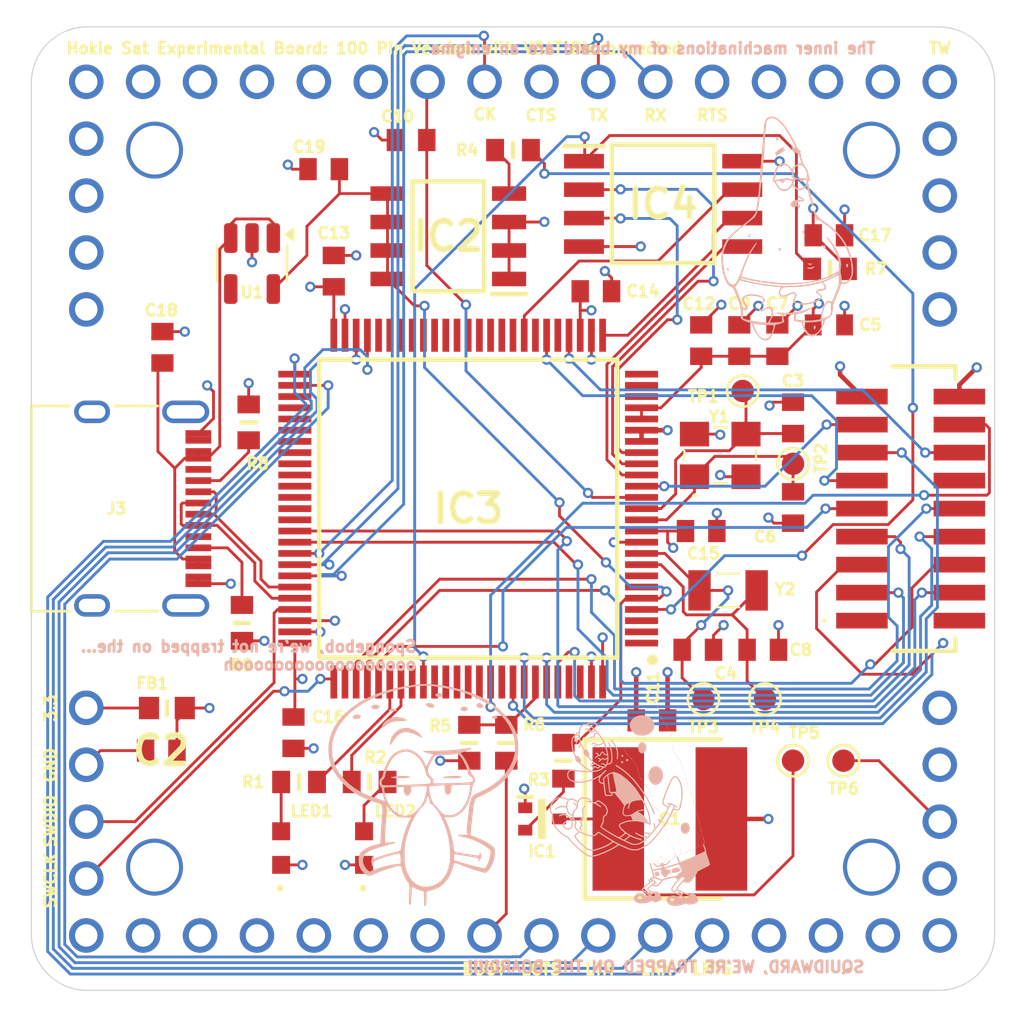
<source format=kicad_pcb>
(kicad_pcb (version 20240108) (generator "pcbnew") (generator_version "8.0")
  (layers (0 "F.Cu" signal) (1 "In1.Cu" power) (2 "In2.Cu" power) (31 "B.Cu" signal) (34 "B.Paste" user) (35 "F.Paste" user) (36 "B.SilkS" user "B.Silkscreen") (37 "F.SilkS" user "F.Silkscreen") (38 "B.Mask" user) (39 "F.Mask" user) (44 "Edge.Cuts" user))
  (net 0 "")
  (net 1 "Net-(IC1-A1{slash}K2)")
  (net 2 "GND")
  (net 3 "/VDD_FILT")
  (net 4 "Net-(IC3-PH1-OSC_OUT)")
  (net 5 "Net-(IC3-PC15-OSC32_OUT)")
  (net 6 "Net-(IC3-PH0-OSC_IN)")
  (net 7 "Net-(IC3-PC14-OSC32_IN)")
  (net 8 "/NRST")
  (net 9 "/VBUS")
  (net 10 "/LDO_OUT")
  (net 11 "VDD")
  (net 12 "/V_BAT")
  (net 13 "Net-(IC1-K1)")
  (net 14 "Net-(IC2-G)")
  (net 16 "/USART1_RX")
  (net 17 "/I2C3_SDA")
  (net 21 "/QUADSPI_BK2_IO0")
  (net 22 "/DCMI_VSYNC")
  (net 23 "/QUADSPI_BK2_IO2")
  (net 28 "/DCMI_D5")
  (net 29 "/LPUART_TX")
  (net 38 "/DCMI_D8")
  (net 41 "/D-")
  (net 44 "/QUADSPI_BK2_IO3")
  (net 47 "/LPUART_CTS")
  (net 51 "/USART1_TX")
  (net 54 "/DCMI_D7")
  (net 57 "/I2C3_SCL")
  (net 58 "/LPUART_RX")
  (net 62 "/Control")
  (net 63 "/SWCLK")
  (net 64 "/QUADSPI_CLK")
  (net 65 "/D+")
  (net 66 "/DCMI_D9")
  (net 69 "Net-(IC3-PH3-BOOT0)")
  (net 70 "/USART1_CK")
  (net 74 "/DCMI_D4")
  (net 77 "/LED1")
  (net 78 "/LPUART_RTS")
  (net 79 "/SWDIO")
  (net 80 "/DCMI_PIXCLK")
  (net 81 "/DCMI_HSYNC")
  (net 82 "/DCMI_D2")
  (net 83 "/QUADSPI_BK2_IO1")
  (net 88 "/DCMI_D6")
  (net 89 "/LED2")
  (net 90 "/DCMI_D3")
  (net 100 "Net-(J3-CC2)")
  (net 101 "Net-(J3-CC1)")
  (net 109 "/BOOT0")
  (net 122 "/USART1_RTS")
  (net 126 "/USART1_CTS")
  (net 132 "Net-(LED1-A)")
  (net 133 "Net-(LED2-A)")
  (net 135 "/QUADSPI_BK2_NCS")
  (net 136 "unconnected-(IC3-PA2-Pad25)")
  (footprint "ta-expt-v2-100:CAPC1608X90N" (layer "F.Cu") (at 163.25 114.3)
    (property "Reference" "C4")
    (property "Value" "0603ZA220JAT2A" (hide yes))
  )
  (footprint "ta-expt-v2-100:SOIC127P600X175-8N" (layer "F.Cu") (at 152.112 95.845 180)
    (property "Reference" "IC2")
    (property "Value" "STS5PF30L" (hide yes))
  )
  (footprint "TestPoint:TestPoint_Pad_D1.0mm" (layer "F.Cu") (at 163.5 116.5)
    (property "Reference" "TP3")
    (property "Value" "TestPoint_Pad_D1.0mm" (hide yes))
  )
  (footprint "TestPoint:TestPoint_Pad_D1.0mm" (layer "F.Cu") (at 167.5 119.25)
    (property "Reference" "TP5")
    (property "Value" "TestPoint_Pad_D1.0mm" (hide yes))
  )
  (footprint "ta-expt-v2-100:CAPC1608X90N" (layer "F.Cu") (at 158.7 98.3 180)
    (property "Reference" "C14")
    (property "Value" "0603ZC104JAT2A" (hide yes))
  )
  (footprint "ta-expt-v2-100:RESC1608X55N" (layer "F.Cu") (at 154.7 118.45 90)
    (property "Reference" "R6")
    (property "Value" "MCT06030C1001FP500" (hide yes))
  )
  (footprint "ta-expt-v2-100:RESC1608X55N" (layer "F.Cu") (at 169.15 97.3 180)
    (property "Reference" "R7")
    (property "Value" "MCT06030C1002FP500" (hide yes))
  )
  (footprint "TestPoint:TestPoint_Pad_D1.0mm" (layer "F.Cu") (at 165.25 102.75)
    (property "Reference" "TP1")
    (property "Value" "TestPoint_Pad_D1.0mm" (hide yes))
  )
  (footprint "ta-expt-v2-100:RESC1608X55N" (layer "F.Cu") (at 157.25 119.25 90)
    (property "Reference" "R3")
    (property "Value" "MCT06030C1002FP500" (hide yes))
  )
  (footprint "ta-expt-v2-100:LGQ396PS35" (layer "F.Cu") (at 148.35 123.15 90)
    (property "Reference" "LED2")
    (property "Value" "LG_Q396-PS-35" (hide yes))
  )
  (footprint "ta-expt-v2-100:CAPC1608X90N" (layer "F.Cu") (at 146.55 92.85 180)
    (property "Reference" "C19")
    (property "Value" "1uF" (hide yes))
  )
  (footprint "ta-expt-v2-100:RESC1608X55N" (layer "F.Cu") (at 155 92 180)
    (property "Reference" "R4")
    (property "Value" "MCT06030C1002FP500" (hide yes))
  )
  (footprint "ta-expt-v2-100:CAPC1608X90N" (layer "F.Cu") (at 165.1 100.5 90)
    (property "Reference" "C9")
    (property "Value" "0603ZC105JAT2A" (hide yes))
  )
  (footprint "ta-expt-v2-100:SOTFL50P160X78-3N" (layer "F.Cu") (at 156.3 121.85)
    (property "Reference" "IC1")
    (property "Value" "BAR43SFILM" (hide yes))
  )
  (footprint "ta-expt-v2-100:41746398" (layer "F.Cu") (at 172.75 108 -90)
    (property "Reference" "J5" (hide yes))
    (property "Value" "4-174639-8" (hide yes))
  )
  (footprint "Connector_USB:USB_C_Receptacle_XKB_U262-16XN-4BVC11" (layer "F.Cu") (at 137.285 108 -90)
    (property "Reference" "J3")
    (property "Value" "USB_C_Receptacle_USB2.0" (hide yes))
  )
  (footprint "ta-expt-v2-100:CAPC1608X90N" (layer "F.Cu") (at 167.5 107.95 -90)
    (property "Reference" "C6")
    (property "Value" "0603ZA220JAT2A" (hide yes))
  )
  (footprint "ta-expt-v2-100:CAPC1608X90N" (layer "F.Cu") (at 150.45 91.55 180)
    (property "Reference" "C10")
    (property "Value" "0603ZC104JAT2A" (hide yes))
  )
  (footprint "ta-expt-v2-100:CAPC1608X90N" (layer "F.Cu") (at 166.8 100.5 90)
    (property "Reference" "C7")
    (property "Value" "0603ZC104JAT2A" (hide yes))
  )
  (footprint "ta-expt-v2-100:QFP50P1600X1600X160-100N" (layer "F.Cu") (at 153 108 180)
    (property "Reference" "IC3")
    (property "Value" "STM32L496VGT3" (hide yes))
  )
  (footprint "ta-expt-v2-100:CAPC1608X90N" (layer "F.Cu") (at 147 97.4 90)
    (property "Reference" "C13")
    (property "Value" "0603ZC104JAT2A" (hide yes))
  )
  (footprint "ta-expt-v2-100:RESC1608X55N" (layer "F.Cu") (at 142.9 113.1 90)
    (property "Reference" "R9")
    (property "Value" "5.1k" (hide yes))
  )
  (footprint "ta-expt-v2-100:PinSocket_4x1_TartanArtibeus" (layer "F.Cu") (at 135.95 120.7 180)
    (property "Reference" "J7" (hide yes))
    (property "Value" "Conn_01x04" (hide yes))
  )
  (footprint "ta-expt-v2-100:CAPC1608X50N" (layer "F.Cu") (at 169.1 99.8)
    (property "Reference" "C5")
    (property "Value" "GRM1857U1A103JA44D" (hide yes))
  )
  (footprint "ta-expt-v2-100:RESC1608X55N" (layer "F.Cu") (at 148.6 120.2)
    (property "Reference" "R2")
    (property "Value" "MCT06030C1001FP500" (hide yes))
  )
  (footprint "ta-expt-v2-100:RESC1608X55N" (layer "F.Cu") (at 145.45 120.2 180)
    (property "Reference" "R1")
    (property "Value" "MCT06030C1001FP500" (hide yes))
  )
  (footprint "ta-expt-v2-100:CAPC1608X90N" (layer "F.Cu") (at 139.35 100.8 -90)
    (property "Reference" "C18")
    (property "Value" "1uF" (hide yes))
  )
  (footprint "ta-expt-v2-100:CAPC1608X90N" (layer "F.Cu") (at 145.2 118 90)
    (property "Reference" "C16")
    (property "Value" "0603ZC104JAT2A" (hide yes))
  )
  (footprint "ta-expt-v2-100:PinSocket_1x16_TartanArtibeus" (layer "F.Cu") (at 155 127.05)
    (property "Reference" "J8" (hide yes))
    (property "Value" "Conn_01x16" (hide yes))
  )
  (footprint "ta-expt-v2-100:LGQ396PS35" (layer "F.Cu") (at 144.65 123.15 90)
    (property "Reference" "LED1")
    (property "Value" "LG_Q396-PS-35" (hide yes))
  )
  (footprint "ta-expt-v2-100:CAPC1608X90N" (layer "F.Cu") (at 163.4 100.5 90)
    (property "Reference" "C12")
    (property "Value" "0603ZC105JAT2A" (hide yes))
  )
  (footprint "TestPoint:TestPoint_Pad_D1.0mm" (layer "F.Cu") (at 169.75 119.25)
    (property "Reference" "TP6")
    (property "Value" "TestPoint_Pad_D1.0mm" (hide yes))
  )
  (footprint "ta-expt-v2-100:CAPC1608X90N" (layer "F.Cu") (at 163.4 109 180)
    (property "Reference" "C15")
    (property "Value" "0603ZC104JAT2A" (hide yes))
  )
  (footprint "ta-expt-v2-100:PinSocket_1x5_TartanArtibeus" (layer "F.Cu") (at 174.05 120.7)
    (property "Reference" "J1" (hide yes))
    (property "Value" "Conn_01x05" (hide yes))
  )
  (footprint "ta-expt-v2-100:ABM8AIG25000MHZ122ZT3" (layer "F.Cu") (at 164.25 105.625)
    (property "Reference" "Y1")
    (property "Value" "ABM8AIG-16.000MHZ-12-2Z-T" (hide yes))
  )
  (footprint "ta-expt-v2-100:RESC1608X55N" (layer "F.Cu") (at 143.2 104.15 -90)
    (property "Reference" "R8")
    (property "Value" "5.1k" (hide yes))
  )
  (footprint "ta-expt-v2-100:CAPC1608X90N" (layer "F.Cu") (at 166.15 114.3)
    (property "Reference" "C8")
    (property "Value" "0603ZA220JAT2A" (hide yes))
  )
  (footprint "ta-expt-v2-100:CAPC1608X90N" (layer "F.Cu") (at 139.3 118.8 180)
    (property "Reference" "C2")
    (property "Value" "GRM188C71A475KE21D" (hide yes))
  )
  (footprint "Package_TO_SOT_SMD:SOT-23-5" (layer "F.Cu") (at 143.35 97.0625 -90)
    (property "Reference" "U1")
    (property "Value" "TPS7A0533PDBV" (hide yes))
  )
  (footprint "ta-expt-v2-100:CAPPC5660X400N" (layer "F.Cu") (at 162 121.85)
    (property "Reference" "C1")
    (property "Value" "597D158X9004R2T" (hide yes))
  )
  (footprint "TestPoint:TestPoint_Pad_D1.0mm" (layer "F.Cu") (at 166.25 116.5)
    (property "Reference" "TP4")
    (property "Value" "TestPoint_Pad_D1.0mm" (hide yes))
  )
  (footprint "ta-expt-v2-100:PinSocket_4x1_TartanArtibeus" (layer "F.Cu") (at 135.95 95.3)
    (property "Reference" "J2" (hide yes))
    (property "Value" "Conn_01x04" (hide yes))
  )
  (footprint "TestPoint:TestPoint_Pad_D1.0mm" (layer "F.Cu") (at 167.5 106)
    (property "Reference" "TP2")
    (property "Value" "TestPoint_Pad_D1.0mm" (hide yes))
  )
  (footprint "ta-expt-v2-100:CAPC1608X90N" (layer "F.Cu") (at 167.5 103.95 90)
    (property "Reference" "C3")
    (property "Value" "0603ZA220JAT2A" (hide yes))
  )
  (footprint "ta-expt-v2-100:CAPC1608X90N" (layer "F.Cu") (at 161.2 117.45 180)
    (property "Reference" "C11")
    (property "Value" "0603ZC104JAT2A" (hide yes))
  )
  (footprint "ta-expt-v2-100:CAPC1608X90N" (layer "F.Cu") (at 169.1 95.8)
    (property "Reference" "C17")
    (property "Value" "0603ZC104JAT2A" (hide yes))
  )
  (footprint "ta-expt-v2-100:ABS07AIG32768kHz71T" (layer "F.Cu") (at 164.6 111.65 180)
    (property "Reference" "Y2")
    (property "Value" "ABS07AIG-32.768kHz-T" (hide yes))
  )
  (footprint "ta-expt-v2-100:SOIC127P790X216-8N" (layer "F.Cu") (at 161.7 94.4)
    (property "Reference" "IC4")
    (property "Value" "IS25LP128F-JBLA3" (hide yes))
  )
  (footprint "ta-expt-v2-100:MountingHoles_TartanArtibeus" (layer "F.Cu") (at 151.5 96.5)
    (property "Reference" "J6" (hide yes))
    (property "Value" "Conn_01x04" (hide yes))
  )
  (footprint "ta-expt-v2-100:PinSocket_1x5_TartanArtibeus" (layer "F.Cu") (at 174.05 95.3)
    (property "Reference" "J4" (hide yes))
    (property "Value" "Conn_01x05" (hide yes))
  )
  (footprint "ta-expt-v2-100:PinSocket_1x16_TartanArtibeus" (layer "F.Cu") (at 155 88.95)
    (property "Reference" "J9" (hide yes))
    (property "Value" "Conn_01x16" (hide yes))
  )
  (footprint "ta-expt-v2-100:BEADC1608X95N" (layer "F.Cu") (at 139.55 116.9)
    (property "Reference" "FB1")
    (property "Value" "MMZ1608S601ATD25" (hide yes))
  )
  (footprint "ta-expt-v2-100:RESC1608X55N" (layer "F.Cu") (at 153.05 118.45 -90)
    (property "Reference" "R5")
    (property "Value" "MCT06030C1002FP500" (hide yes))
  )
  (footprint "ta-expt-v2-100:Squidward" (layer "B.Cu") (at 151 120.75 180)
    (property "Reference" "G***" (hide yes))
    (property "Value" "LOGO" (hide yes))
  )
  (footprint "ta-expt-v2-100:Spongebob" (layer "B.Cu") (at 160.25 121 180)
    (property "Reference" "G***" (hide yes))
    (property "Value" "LOGO" (hide yes))
  )
  (footprint "ta-expt-v2-100:Patrick" (layer "B.Cu") (at 167.25 95.5 180)
    (property "Reference" "G***" (hide yes))
    (property "Value" "LOGO" (hide yes))
  )
  (gr_arc (start 173.96 86.500001) (mid 175.767993 87.232007) (end 176.499999 89.04) (stroke (width 0.05)) (layer "Edge.Cuts"))
  (gr_line (start 176.5 89.04) (end 176.5 126.96) (stroke (width 0.05)) (layer "Edge.Cuts"))
  (gr_line (start 133.5 126.96) (end 133.5 89.04) (stroke (width 0.05)) (layer "Edge.Cuts"))
  (gr_arc (start 176.499999 126.96) (mid 175.767993 128.767993) (end 173.96 129.499999) (stroke (width 0.05)) (layer "Edge.Cuts"))
  (gr_arc (start 136.04 129.499999) (mid 134.232007 128.767993) (end 133.500001 126.96) (stroke (width 0.05)) (layer "Edge.Cuts"))
  (gr_line (start 136.04 86.5) (end 173.96 86.5) (stroke (width 0.05)) (layer "Edge.Cuts"))
  (gr_line (start 173.96 129.5) (end 136.04 129.5) (stroke (width 0.05)) (layer "Edge.Cuts"))
  (gr_arc (start 133.500001 89.04) (mid 134.232007 87.232007) (end 136.04 86.500001) (stroke (width 0.05)) (layer "Edge.Cuts"))
  (gr_text "SQUIDWARD, WE'RE TRAPPED ON THE BOARD!!!!" (at 170.75 128.75 0) (layer "B.SilkS") (effects (font (size 0.5 0.5) (thickness 0.125)) (justify left bottom mirror)))
  (gr_text "The inner machinations of my board are an enigma" (at 171.25 87.75 0) (layer "B.SilkS") (effects (font (size 0.5 0.5) (thickness 0.125)) (justify left bottom mirror)))
  (gr_text "Spongebob, we're not trapped on the...\nooooooooooooooooooh" (at 150.75 115.25 0) (layer "B.SilkS") (effects (font (size 0.5 0.5) (thickness 0.125)) (justify left bottom mirror)))
  (gr_text "BOOT" (at 153.7 128.55 0) (layer "F.SilkS") (effects (font (size 0.5 0.5) (thickness 0.125))))
  (gr_text "SWDIO" (at 134.35 121.95 90) (layer "F.SilkS") (effects (font (size 0.5 0.5) (thickness 0.125))))
  (gr_text "LCTS" (at 156.25 128.55 0) (layer "F.SilkS") (effects (font (size 0.5 0.5) (thickness 0.125))))
  (gr_text "SWCLK" (at 134.35 124.6 90) (layer "F.SilkS") (effects (font (size 0.5 0.5) (thickness 0.125))))
  (gr_text "TX\n" (at 158.8 90.45 0) (layer "F.SilkS") (effects (font (size 0.5 0.5) (thickness 0.125))))
  (gr_text "3.3\n" (at 134.35 116.9 90) (layer "F.SilkS") (effects (font (size 0.5 0.5) (thickness 0.125))))
  (gr_text "RX\n" (at 161.35 90.45 0) (layer "F.SilkS") (effects (font (size 0.5 0.5) (thickness 0.125))))
  (gr_text "TW" (at 173.5 87.75 0) (layer "F.SilkS") (effects (font (size 0.5 0.5) (thickness 0.125)) (justify left bottom)))
  (gr_text "GND" (at 134.35 119.45 90) (layer "F.SilkS") (effects (font (size 0.5 0.5) (thickness 0.125))))
  (gr_text "RTS\n\n" (at 163.9 90.85 0) (layer "F.SilkS") (effects (font (size 0.5 0.5) (thickness 0.125))))
  (gr_text "LRTS" (at 163.9 128.55 0) (layer "F.SilkS") (effects (font (size 0.5 0.5) (thickness 0.125))))
  (gr_text "LRX" (at 161.4 128.55 0) (layer "F.SilkS") (effects (font (size 0.5 0.5) (thickness 0.125))))
  (gr_text "CTS\n" (at 156.25 90.45 0) (layer "F.SilkS") (effects (font (size 0.5 0.5) (thickness 0.125))))
  (gr_text "CK\n" (at 153.75 90.4 0) (layer "F.SilkS") (effects (font (size 0.5 0.5) (thickness 0.125))))
  (gr_text "Hokie Sat Experimental Board: 100 Pin Version with VBAT Disconnected" (at 135 87.75 0) (layer "F.SilkS") (effects (font (size 0.5 0.5) (thickness 0.125)) (justify left bottom)))
  (gr_text "LTX" (at 158.85 128.55 0) (layer "F.SilkS") (effects (font (size 0.5 0.5) (thickness 0.125))))
  (segment (start 159.7 123.9) (end 161.0405 125.2405) (width 0.127) (layer "F.Cu") (net 1))
  (segment (start 159.7 121.85) (end 159.7 123.9) (width 0.127) (layer "F.Cu") (net 1))
  (segment (start 165.7595 125.2405) (end 167.5 123.5) (width 0.127) (layer "F.Cu") (net 1))
  (segment (start 167.5 123.5) (end 167.5 119.25) (width 0.127) (layer "F.Cu") (net 1))
  (segment (start 161.0405 125.2405) (end 165.7595 125.2405) (width 0.127) (layer "F.Cu") (net 1))
  (segment (start 159.7 121.85) (end 157.055 121.85) (width 0.127) (layer "F.Cu") (net 1))
  (segment (start 165.1 99.8) (end 165.95 98.95) (width 0.127) (layer "F.Cu") (net 2))
  (segment (start 174.925 103) (end 174.925 102.475) (width 0.2032) (layer "F.Cu") (net 2))
  (segment (start 169.8 99.8) (end 169.8 98.95) (width 0.127) (layer "F.Cu") (net 2))
  (segment (start 142.9 113.9) (end 143.9 113.9) (width 0.127) (layer "F.Cu") (net 2))
  (segment (start 149.75 91.55) (end 149.15 91.55) (width 0.127) (layer "F.Cu") (net 2))
  (segment (start 138.6 118.8) (end 136.58 118.8) (width 0.127) (layer "F.Cu") (net 2))
  (segment (start 163.4 99.8) (end 164.3 98.9) (width 0.127) (layer "F.Cu") (net 2))
  (segment (start 174.925 102.475) (end 175.7 101.7) (width 0.2032) (layer "F.Cu") (net 2))
  (segment (start 141.6305 103.9745) (end 141.6305 102.7805) (width 0.127) (layer "F.Cu") (net 2))
  (segment (start 143.2 103.35) (end 143.2 102.4) (width 0.127) (layer "F.Cu") (net 2))
  (segment (start 161.9 104.5) (end 160.738 104.5) (width 0.2032) (layer "F.Cu") (net 2))
  (segment (start 171.33 119.25) (end 174.05 121.97) (width 0.127) (layer "F.Cu") (net 2))
  (segment (start 160.695 96.305) (end 158.168 96.305) (width 0.127) (layer "F.Cu") (net 2))
  (segment (start 160.738 104.5) (end 160.738 105) (width 0.2032) (layer "F.Cu") (net 2))
  (segment (start 158.5 100.262) (end 158.5 101.35) (width 0.127) (layer "F.Cu") (net 2))
  (segment (start 145.85 92.85) (end 145.15 92.85) (width 0.127) (layer "F.Cu") (net 2))
  (segment (start 167.5 103.25) (end 166.6 103.25) (width 0.127) (layer "F.Cu") (net 2))
  (segment (start 169.75 119.25) (end 171.33 119.25) (width 0.127) (layer "F.Cu") (net 2))
  (segment (start 164.3 121.85) (end 166.4 121.85) (width 0.2032) (layer "F.Cu") (net 2))
  (segment (start 161.9 115.4) (end 161.9 115.3) (width 0.2032) (layer "F.Cu") (net 2))
  (segment (start 145.262 113.5) (end 146.4 113.5) (width 0.127) (layer "F.Cu") (net 2))
  (segment (start 159.4 98.3) (end 159.4 97.7) (width 0.127) (layer "F.Cu") (net 2))
  (segment (start 164.1 109) (end 164.1 108.2) (width 0.127) (layer "F.Cu") (net 2))
  (segment (start 145.15 92.85) (end 144.95 92.65) (width 0.127) (layer "F.Cu") (net 2))
  (segment (start 166.85 113.2) (end 166.85 113.15) (width 0.127) (layer "F.Cu") (net 2))
  (segment (start 164.225 104.675) (end 164.25 104.7) (width 0.127) (layer "F.Cu") (net 2))
  (segment (start 136.58 118.8) (end 135.95 119.43) (width 0.127) (layer "F.Cu") (net 2))
  (segment (start 148.35 123.9) (end 147.5 123.9) (width 0.127) (layer "F.Cu") (net 2))
  (segment (start 166.8 99.8) (end 166.85 99.8) (width 0.127) (layer "F.Cu") (net 2))
  (segment (start 160.738 109.5) (end 159.5 109.5) (width 0.127) (layer "F.Cu") (net 2))
  (segment (start 153.05 119.25) (end 151.75 119.25) (width 0.127) (layer "F.Cu") (net 2))
  (segment (start 167.5 108.65) (end 166.65 108.65) (width 0.127) (layer "F.Cu") (net 2))
  (segment (start 140.955 111.35) (end 142.4 111.35) (width 0.127) (layer "F.Cu") (net 2))
  (segment (start 144.65 123.9) (end 145.6 123.9) (width 0.127) (layer "F.Cu") (net 2))
  (segment (start 140.955 104.65) (end 141.6305 103.9745) (width 0.127) (layer "F.Cu") (net 2))
  (segment (start 166.85 114.3) (end 166.85 113.2) (width 0.127) (layer "F.Cu") (net 2))
  (segment (start 139.35 100.1) (end 140.35 100.1) (width 0.127) (layer "F.Cu") (net 2))
  (segment (start 163.1 104.675) (end 164.225 104.675) (width 0.127) (layer "F.Cu") (net 2))
  (segment (start 160.7 96.3) (end 160.695 96.305) (width 0.127) (layer "F.Cu") (net 2))
  (segment (start 163.95 113.65) (end 164.4 113.2) (width 0.127) (layer "F.Cu") (net 2))
  (segment (start 149.15 91.55) (end 148.8 91.2) (width 0.127) (layer "F.Cu") (net 2))
  (segment (start 140.955 111.35) (end 140.955 111.05) (width 0.127) (layer "F.Cu") (net 2))
  (segment (start 165.4 106.575) (end 164.325 106.575) (width 0.127) (layer "F.Cu") (net 2))
  (segment (start 163.95 114.3) (end 163.95 113.65) (width 0.127) (layer "F.Cu") (net 2))
  (segment (start 147 96.7) (end 148 96.7) (width 0.127) (layer "F.Cu") (net 2))
  (segment (start 145.2 118.7) (end 146.1 118.7) (width 0.127) (layer "F.Cu") (net 2))
  (segment (start 169.8 95.8) (end 169.8 94.65) (width 0.127) (layer "F.Cu") (net 2))
  (segment (start 141.6305 102.7805) (end 141.35 102.5) (width 0.127) (layer "F.Cu") (net 2))
  (segment (start 147.5 100.262) (end 147.5 99.1) (width 0.127) (layer "F.Cu") (net 2))
  (segment (start 143.35 95.925) (end 143.35 97) (width 0.127) (layer "F.Cu") (net 2))
  (segment (start 159.4 97.7) (end 159.1 97.4) (width 0.127) (layer "F.Cu") (net 2))
  (segment (start 166.6 103.25) (end 166.45 103.4) (width 0.127) (layer "F.Cu") (net 2))
  (segment (start 166.85 99.8) (end 167.7 98.95) (width 0.127) (layer "F.Cu") (net 2))
  (segment (start 161.9 117.45) (end 161.9 115.4) (width 0.2032) (layer "F.Cu") (net 2))
  (segment (start 166.65 108.65) (end 166.4 108.4) (width 0.127) (layer "F.Cu") (net 2))
  (segment (start 164.325 106.575) (end 164.25 106.5) (width 0.127) (layer "F.Cu") (net 2))
  (segment (start 158.5 115.738) (end 158.5 114.6) (width 0.127) (layer "F.Cu") (net 2))
  (via (at 143.2 102.4) (size 0.4572) (drill 0.254) (layers "F.Cu" "B.Cu") (net 2))
  (via (at 169.8 98.95) (size 0.4572) (drill 0.254) (layers "F.Cu" "B.Cu") (net 2))
  (via (at 146.1 118.7) (size 0.4572) (drill 0.254) (layers "F.Cu" "B.Cu") (net 2))
  (via (at 164.4 113.2) (size 0.4572) (drill 0.254) (layers "F.Cu" "B.Cu") (net 2))
  (via (at 175.7 101.7) (size 0.4572) (drill 0.254) (layers "F.Cu" "B.Cu") (net 2))
  (via (at 166.45 103.4) (size 0.4572) (drill 0.254) (layers "F.Cu" "B.Cu") (net 2))
  (via (at 165.95 98.95) (size 0.4572) (drill 0.254) (layers "F.Cu" "B.Cu") (net 2))
  (via (at 142.4 111.35) (size 0.4572) (drill 0.254) (layers "F.Cu" "B.Cu") (net 2))
  (via (at 166.4 121.85) (size 0.4572) (drill 0.254) (layers "F.Cu" "B.Cu") (net 2))
  (via (at 167.7 98.95) (size 0.4572) (drill 0.254) (layers "F.Cu" "B.Cu") (net 2))
  (via (at 140.35 100.1) (size 0.4572) (drill 0.254) (layers "F.Cu" "B.Cu") (net 2))
  (via (at 164.3 98.9) (size 0.4572) (drill 0.254) (layers "F.Cu" "B.Cu") (net 2))
  (via (at 147.5 99.1) (size 0.4572) (drill 0.254) (layers "F.Cu" "B.Cu") (net 2))
  (via (at 166.85 113.2) (size 0.4572) (drill 0.254) (layers "F.Cu" "B.Cu") (net 2))
  (via (at 143.35 97) (size 0.4572) (drill 0.254) (layers "F.Cu" "B.Cu") (net 2))
  (via (at 158.5 114.6) (size 0.4572) (drill 0.254) (layers "F.Cu" "B.Cu") (net 2))
  (via (at 161.9 104.5) (size 0.4572) (drill 0.254) (layers "F.Cu" "B.Cu") (net 2))
  (via (at 159.5 109.5) (size 0.4572) (drill 0.254) (layers "F.Cu" "B.Cu") (net 2))
  (via (at 148 96.7) (size 0.4572) (drill 0.254) (layers "F.Cu" "B.Cu") (net 2))
  (via (at 161.9 115.3) (size 0.4572) (drill 0.254) (layers "F.Cu" "B.Cu") (net 2))
  (via (at 158.5 101.35) (size 0.4572) (drill 0.254) (layers "F.Cu" "B.Cu") (net 2))
  (via (at 166.4 108.4) (size 0.4572) (drill 0.254) (layers "F.Cu" "B.Cu") (net 2))
  (via (at 146.4 113.5) (size 0.4572) (drill 0.254) (layers "F.Cu" "B.Cu") (net 2))
  (via (at 164.25 106.5) (size 0.4572) (drill 0.254) (layers "F.Cu" "B.Cu") (net 2))
  (via (at 160.7 96.3) (size 0.4572) (drill 0.254) (layers "F.Cu" "B.Cu") (net 2))
  (via (at 151.75 119.25) (size 0.4572) (drill 0.254) (layers "F.Cu" "B.Cu") (net 2))
  (via (at 147.5 123.9) (size 0.4572) (drill 0.254) (layers "F.Cu" "B.Cu") (net 2))
  (via (at 144.95 92.65) (size 0.4572) (drill 0.254) (layers "F.Cu" "B.Cu") (net 2))
  (via (at 145.6 123.9) (size 0.4572) (drill 0.254) (layers "F.Cu" "B.Cu") (net 2))
  (via (at 169.8 94.65) (size 0.4572) (drill 0.254) (layers "F.Cu" "B.Cu") (net 2))
  (via (at 143.9 113.9) (size 0.4572) (drill 0.254) (layers "F.Cu" "B.Cu") (net 2))
  (via (at 164.1 108.2) (size 0.4572) (drill 0.254) (layers "F.Cu" "B.Cu") (net 2))
  (via (at 159.1 97.4) (size 0.4572) (drill 0.254) (layers "F.Cu" "B.Cu") (net 2))
  (via (at 148.8 91.2) (size 0.4572) (drill 0.254) (layers "F.Cu" "B.Cu") (net 2))
  (via (at 141.35 102.5) (size 0.4572) (drill 0.254) (layers "F.Cu" "B.Cu") (net 2))
  (via (at 164.25 104.7) (size 0.4572) (drill 0.254) (layers "F.Cu" "B.Cu") (net 2))
  (segment (start 160.5 117.45) (end 160.5 115.3) (width 0.2032) (layer "F.Cu") (net 3))
  (segment (start 145.262 115.6) (end 145.6 115.6) (width 0.127) (layer "F.Cu") (net 3))
  (segment (start 162.7 109) (end 161.9 109) (width 0.127) (layer "F.Cu") (net 3))
  (segment (start 170.575 103) (end 169.6 102.025) (width 0.2032) (layer "F.Cu") (net 3))
  (segment (start 160.738 103.5) (end 161.6025 103.5) (width 0.127) (layer "F.Cu") (net 3))
  (segment (start 163.4 101.7025) (end 163.4 101.2) (width 0.127) (layer "F.Cu") (net 3))
  (segment (start 145.262 115.6) (end 145.262 114) (width 0.127) (layer "F.Cu") (net 3))
  (segment (start 154.824 95.21) (end 156.39 95.21) (width 0.127) (layer "F.Cu") (net 3))
  (segment (start 165.1 101.2) (end 166.8 101.2) (width 0.127) (layer "F.Cu") (net 3))
  (segment (start 168.4 95.8) (end 168.45 95.8) (width 0.127) (layer "F.Cu") (net 3))
  (segment (start 161.9 109) (end 161.9 109.5) (width 0.127) (layer "F.Cu") (net 3))
  (segment (start 145.2 117.2) (end 145.262 117.138) (width 0.127) (layer "F.Cu") (net 3))
  (segment (start 140.35 116.9) (end 140.35 117.1) (width 0.127) (layer "F.Cu") (net 3))
  (segment (start 166.8 101.2) (end 167 101.2) (width 0.127) (layer "F.Cu") (net 3))
  (segment (start 166.895 92.495) (end 166.9 92.5) (width 0.127) (layer "F.Cu") (net 3))
  (segment (start 161.6025 103.5) (end 163.4 101.7025) (width 0.127) (layer "F.Cu") (net 3))
  (segment (start 140.35 116.9) (end 141.45 116.9) (width 0.127) (layer "F.Cu") (net 3))
  (segment (start 163.4 101.2) (end 165.1 101.2) (width 0.127) (layer "F.Cu") (net 3))
  (segment (start 160.738 104) (end 160.738 103.5) (width 0.127) (layer "F.Cu") (net 3))
  (segment (start 168.45 95.8) (end 169.95 97.3) (width 0.127) (layer "F.Cu") (net 3))
  (segment (start 168.4 95.8) (end 168.4 94.6) (width 0.127) (layer "F.Cu") (net 3))
  (segment (start 145.262 113) (end 147.05 113) (width 0.127) (layer "F.Cu") (net 3))
  (segment (start 155.545 121.35) (end 155.545 120.545) (width 0.127) (layer "F.Cu") (net 3))
  (segment (start 147 100.262) (end 147 98.1) (width 0.127) (layer "F.Cu") (net 3))
  (segment (start 167 101.2) (end 168.4 99.8) (width 0.127) (layer "F.Cu") (net 3))
  (segment (start 140.35 117.1) (end 140 117.45) (width 0.127) (layer "F.Cu") (net 3))
  (segment (start 158 99.15) (end 158.5 99.15) (width 0.127) (layer "F.Cu") (net 3))
  (segment (start 140 117.45) (end 140 118.8) (width 0.127) (layer "F.Cu") (net 3))
  (segment (start 165.232 92.495) (end 166.895 92.495) (width 0.127) (layer "F.Cu") (net 3))
  (segment (start 154.824 97.75) (end 154.824 96.48) (width 0.127) (layer "F.Cu") (net 3))
  (segment (start 145.2 117.3) (end 145.2 117.2) (width 0.127) (layer "F.Cu") (net 3))
  (segment (start 168.4 99.8) (end 168.4 99.1) (width 0.127) (layer "F.Cu") (net 3))
  (segment (start 154.824 95.21) (end 154.824 96.48) (width 0.127) (layer "F.Cu") (net 3))
  (segment (start 168.4 99.1) (end 168.65 98.85) (width 0.127) (layer "F.Cu") (net 3))
  (segment (start 161.9 109.5) (end 162.15 109.75) (width 0.127) (layer "F.Cu") (net 3))
  (segment (start 169.6 102.025) (end 169.6 101.65) (width 0.2032) (layer "F.Cu") (net 3))
  (segment (start 159 115.738) (end 159 113.75) (width 0.127) (layer "F.Cu") (net 3))
  (segment (start 147 98.1) (end 145.95 98.1) (width 0.127) (layer "F.Cu") (net 3))
  (segment (start 158 100.262) (end 158 99.15) (width 0.127) (layer "F.Cu") (net 3))
  (segment (start 155.545 120.545) (end 155.5 120.5) (width 0.127) (layer "F.Cu") (net 3))
  (segment (start 158 99.15) (end 158 98.3) (width 0.127) (layer "F.Cu") (net 3))
  (segment (start 145.262 117.138) (end 145.262 115.6) (width 0.127) (layer "F.Cu") (net 3))
  (segment (start 156.39 95.21) (end 156.4 95.2) (width 0.127) (layer "F.Cu") (net 3))
  (segment (start 161.9 109) (end 160.738 109) (width 0.127) (layer "F.Cu") (net 3))
  (via (at 160.5 115.3) (size 0.4572) (drill 0.254) (layers "F.Cu" "B.Cu") (net 3))
  (via (at 158.5 99.15) (size 0.4572) (drill 0.254) (layers "F.Cu" "B.Cu") (net 3))
  (via (at 155.5 120.5) (size 0.4572) (drill 0.254) (layers "F.Cu" "B.Cu") (net 3))
  (via (at 156.4 95.2) (size 0.4572) (drill 0.254) (layers "F.Cu" "B.Cu") (net 3))
  (via (at 169.6 101.65) (size 0.4572) (drill 0.254) (layers "F.Cu" "B.Cu") (net 3))
  (via (at 166.9 92.5) (size 0.4572) (drill 0.254) (layers "F.Cu" "B.Cu") (net 3))
  (via (at 145.95 98.1) (size 0.4572) (drill 0.254) (layers "F.Cu" "B.Cu") (net 3))
  (via (at 141.45 116.9) (size 0.4572) (drill 0.254) (layers "F.Cu" "B.Cu") (net 3))
  (via (at 168.4 94.6) (size 0.4572) (drill 0.254) (layers "F.Cu" "B.Cu") (net 3))
  (via (at 147.05 113) (size 0.4572) (drill 0.254) (layers "F.Cu" "B.Cu") (net 3))
  (via (at 159 113.75) (size 0.4572) (drill 0.254) (layers "F.Cu" "B.Cu") (net 3))
  (via (at 162.15 109.75) (size 0.4572) (drill 0.254) (layers "F.Cu" "B.Cu") (net 3))
  (via (at 168.65 98.85) (size 0.4572) (drill 0.254) (layers "F.Cu" "B.Cu") (net 3))
  (via (at 145.6 115.6) (size 0.4572) (drill 0.254) (layers "F.Cu" "B.Cu") (net 3))
  (segment (start 162.2595 105.8345) (end 162.6785 105.4155) (width 0.127) (layer "F.Cu") (net 4))
  (segment (start 165.425 104.65) (end 165.4 104.675) (width 0.127) (layer "F.Cu") (net 4))
  (segment (start 160.738 108) (end 161.6025 108) (width 0.127) (layer "F.Cu") (net 4))
  (segment (start 162.2595 107.343) (end 162.2595 105.8345) (width 0.127) (layer "F.Cu") (net 4))
  (segment (start 165.4 104.675) (end 165.4 102.9) (width 0.127) (layer "F.Cu") (net 4))
  (segment (start 162.6785 105.4155) (end 164.6595 105.4155) (width 0.127) (layer "F.Cu") (net 4))
  (segment (start 164.6595 105.4155) (end 165.4 104.675) (width 0.127) (layer "F.Cu") (net 4))
  (segment (start 161.6025 108) (end 162.2595 107.343) (width 0.127) (layer "F.Cu") (net 4))
  (segment (start 165.4 102.9) (end 165.25 102.75) (width 0.127) (layer "F.Cu") (net 4))
  (segment (start 167.5 104.65) (end 165.425 104.65) (width 0.127) (layer "F.Cu") (net 4))
  (segment (start 162.55 114.05) (end 163.4 113.2) (width 0.127) (layer "F.Cu") (net 5))
  (segment (start 161.777038 110) (end 163.325 111.547962) (width 0.127) (layer "F.Cu") (net 5))
  (segment (start 160.738 110) (end 161.777038 110) (width 0.127) (layer "F.Cu") (net 5))
  (segment (start 162.55 115.55) (end 163.5 116.5) (width 0.127) (layer "F.Cu") (net 5))
  (segment (start 162.55 114.3) (end 162.55 115.55) (width 0.127) (layer "F.Cu") (net 5))
  (segment (start 163.325 111.547962) (end 163.325 111.65) (width 0.127) (layer "F.Cu") (net 5))
  (segment (start 164.6 111.65) (end 163.325 111.65) (width 0.127) (layer "F.Cu") (net 5))
  (segment (start 162.55 114.3) (end 162.55 114.05) (width 0.127) (layer "F.Cu") (net 5))
  (via (at 163.4 113.2) (size 0.4572) (drill 0.254) (layers "F.Cu" "B.Cu") (net 5))
  (via (at 164.6 111.65) (size 0.4572) (drill 0.254) (layers "F.Cu" "B.Cu") (net 5))
  (segment (start 163.4 113.2) (end 164.6 112) (width 0.127) (layer "B.Cu") (net 5))
  (segment (start 164.6 112) (end 164.6 111.65) (width 0.127) (layer "B.Cu") (net 5))
  (segment (start 167.4345 107.3155) (end 167.5 107.25) (width 0.127) (layer "F.Cu") (net 6))
  (segment (start 167.5 106) (end 167.5 107.25) (width 0.127) (layer "F.Cu") (net 6))
  (segment (start 167.1695 105.6695) (end 167.5 106) (width 0.127) (layer "F.Cu") (net 6))
  (segment (start 164.0055 105.6695) (end 167.1695 105.6695) (width 0.127) (layer "F.Cu") (net 6))
  (segment (start 163.1 106.575) (end 164.0055 105.6695) (width 0.127) (layer "F.Cu") (net 6))
  (segment (start 163.1 107.252) (end 161.852 108.5) (width 0.127) (layer "F.Cu") (net 6))
  (segment (start 163.1 106.575) (end 163.1 107.252) (width 0.127) (layer "F.Cu") (net 6))
  (segment (start 161.852 108.5) (end 160.738 108.5) (width 0.127) (layer "F.Cu") (net 6))
  (segment (start 165.45 115.7) (end 166.25 116.5) (width 0.127) (layer "F.Cu") (net 7))
  (segment (start 161.6025 110.5) (end 162.6 111.4975) (width 0.127) (layer "F.Cu") (net 7))
  (segment (start 165.45 113.406) (end 164.7845 112.7405) (width 0.127) (layer "F.Cu") (net 7))
  (segment (start 162.6 111.4975) (end 162.6 112.6) (width 0.127) (layer "F.Cu") (net 7))
  (segment (start 162.6 112.6) (end 162.7405 112.7405) (width 0.127) (layer "F.Cu") (net 7))
  (segment (start 164.7845 112.7405) (end 165.875 111.65) (width 0.127) (layer "F.Cu") (net 7))
  (segment (start 160.738 110.5) (end 161.6025 110.5) (width 0.127) (layer "F.Cu") (net 7))
  (segment (start 165.45 114.3) (end 165.45 115.7) (width 0.127) (layer "F.Cu") (net 7))
  (segment (start 165.45 114.3) (end 165.45 113.406) (width 0.127) (layer "F.Cu") (net 7))
  (segment (start 162.7405 112.7405) (end 164.7845 112.7405) (width 0.127) (layer "F.Cu") (net 7))
  (segment (start 158.55 107.5) (end 160.738 107.5) (width 0.127) (layer "F.Cu") (net 8))
  (segment (start 151.15 91.55) (end 151.15 97.15) (width 0.127) (layer "F.Cu") (net 8))
  (segment (start 151.15 91.55) (end 151.15 88.99) (width 0.127) (layer "F.Cu") (net 8))
  (segment (start 151.15 97.15) (end 152.9 98.9) (width 0.127) (layer "F.Cu") (net 8))
  (segment (start 151.15 88.99) (end 151.19 88.95) (width 0.127) (layer "F.Cu") (net 8))
  (segment (start 158.35 107.3) (end 158.55 107.5) (width 0.127) (layer "F.Cu") (net 8))
  (via (at 158.35 107.3) (size 0.4572) (drill 0.254) (layers "F.Cu" "B.Cu") (net 8))
  (via (at 152.9 98.9) (size 0.4572) (drill 0.254) (layers "F.Cu" "B.Cu") (net 8))
  (segment (start 152.9 98.9) (end 152.9 101.85) (width 0.127) (layer "B.Cu") (net 8))
  (segment (start 152.9 101.85) (end 158.35 107.3) (width 0.127) (layer "B.Cu") (net 8))
  (segment (start 139.1495 101.7005) (end 139.1495 105.4485) (width 0.127) (layer "F.Cu") (net 9))
  (segment (start 141.38 105.75) (end 141.9095 105.2205) (width 0.127) (layer "F.Cu") (net 9))
  (segment (start 141.9095 96.4155) (end 142.4 95.925) (width 0.127) (layer "F.Cu") (net 9))
  (segment (start 144.3 95.925) (end 144.3 95.262501) (width 0.127) (layer "F.Cu") (net 9))
  (segment (start 142.4 95.3) (end 142.4 95.925) (width 0.127) (layer "F.Cu") (net 9))
  (segment (start 141.9095 105.2205) (end 141.9095 96.4155) (width 0.127) (layer "F.Cu") (net 9))
  (segment (start 139.35 101.5) (end 139.1495 101.7005) (width 0.127) (layer "F.Cu") (net 9))
  (segment (start 140.955 110.25) (end 140.253 110.25) (width 0.127) (layer "F.Cu") (net 9))
  (segment (start 140.955 105.75) (end 141.38 105.75) (width 0.127) (layer "F.Cu") (net 9))
  (segment (start 142.628 95.072) (end 142.4 95.3) (width 0.127) (layer "F.Cu") (net 9))
  (segment (start 139.1495 105.4485) (end 139.9 106.199) (width 0.127) (layer "F.Cu") (net 9))
  (segment (start 139.9 109.897) (end 139.9 106.199) (width 0.127) (layer "F.Cu") (net 9))
  (segment (start 144.3 95.262501) (end 144.109499 95.072) (width 0.127) (layer "F.Cu") (net 9))
  (segment (start 140.955 110.25) (end 140.955 110.55) (width 0.127) (layer "F.Cu") (net 9))
  (segment (start 140.5 105.45) (end 140.955 105.45) (width 0.127) (layer "F.Cu") (net 9))
  (segment (start 144.109499 95.072) (end 142.628 95.072) (width 0.127) (layer "F.Cu") (net 9))
  (segment (start 140.349 105.75) (end 140.955 105.75) (width 0.127) (layer "F.Cu") (net 9))
  (segment (start 140.955 105.75) (end 140.955 105.45) (width 0.127) (layer "F.Cu") (net 9))
  (segment (start 139.9 106.199) (end 140.349 105.75) (width 0.127) (layer "F.Cu") (net 9))
  (segment (start 140.253 110.25) (end 139.9 109.897) (width 0.127) (layer "F.Cu") (net 9))
  (segment (start 145.8 96.7) (end 144.3 98.2) (width 0.127) (layer "F.Cu") (net 10))
  (segment (start 147.25 92.85) (end 147.25 93.93) (width 0.127) (layer "F.Cu") (net 10))
  (segment (start 147.26 93.94) (end 145.8 95.4) (width 0.127) (layer "F.Cu") (net 10))
  (segment (start 161.55 112) (end 160.738 112) (width 0.127) (layer "F.Cu") (net 10))
  (segment (start 159.81 116.517) (end 159.81 112.24) (width 0.127) (layer "F.Cu") (net 10))
  (segment (start 157.877 118.45) (end 159.81 116.517) (width 0.127) (layer "F.Cu") (net 10))
  (segment (start 149.4 97.75) (end 149.4 96.48) (width 0.127) (layer "F.Cu") (net 10))
  (segment (start 159.81 112.24) (end 160.05 112) (width 0.127) (layer "F.Cu") (net 10))
  (segment (start 149.4 97.75) (end 150.6 98.95) (width 0.127) (layer "F.Cu") (net 10))
  (segment (start 157.075 108.325) (end 159.15 110.4) (width 0.127) (layer "F.Cu") (net 10))
  (segment (start 150.6 98.95) (end 151.05 98.95) (width 0.127) (layer "F.Cu") (net 10))
  (segment (start 157.25 118.45) (end 157.877 118.45) (width 0.127) (layer "F.Cu") (net 10))
  (segment (start 149.4 93.94) (end 149.4 95.21) (width 0.127) (layer "F.Cu") (net 10))
  (segment (start 160.05 112) (end 160.738 112) (width 0.127) (layer "F.Cu") (net 10))
  (segment (start 149.4 97.75) (end 149.1695 97.5195) (width 0.127) (layer "F.Cu") (net 10))
  (segment (start 145.8 95.4) (end 145.8 96.7) (width 0.127) (layer "F.Cu") (net 10))
  (segment (start 157.075 107.725) (end 157.075 108.325) (width 0.127) (layer "F.Cu") (net 10))
  (segment (start 161.85 111.7) (end 161.55 112) (width 0.127) (layer "F.Cu") (net 10))
  (segment (start 147.25 93.93) (end 147.26 93.94) (width 0.127) (layer "F.Cu") (net 10))
  (segment (start 149.4 93.94) (end 147.26 93.94) (width 0.127) (layer "F.Cu") (net 10))
  (segment (start 149.4 95.21) (end 149.4 96.48) (width 0.127) (layer "F.Cu") (net 10))
  (via (at 161.85 111.7) (size 0.4572) (drill 0.254) (layers "F.Cu" "B.Cu") (net 10))
  (via (at 151.05 98.95) (size 0.4572) (drill 0.254) (layers "F.Cu" "B.Cu") (net 10))
  (via (at 159.15 110.4) (size 0.4572) (drill 0.254) (layers "F.Cu" "B.Cu") (net 10))
  (via (at 157.075 107.725) (size 0.4572) (drill 0.254) (layers "F.Cu" "B.Cu") (net 10))
  (segment (start 161.65 111.5) (end 161.8 111.65) (width 0.127) (layer "B.Cu") (net 10))
  (segment (start 160.25 111.5) (end 161.65 111.5) (width 0.127) (layer "B.Cu") (net 10))
  (segment (start 161.8 111.65) (end 161.85 111.7) (width 0.127) (layer "B.Cu") (net 10))
  (segment (start 159.15 110.4) (end 160.25 111.5) (width 0.127) (layer "B.Cu") (net 10))
  (segment (start 151.05 101.7) (end 157.075 107.725) (width 0.127) (layer "B.Cu") (net 10))
  (segment (start 157.075 107.725) (end 157.1 107.75) (width 0.127) (layer "B.Cu") (net 10))
  (segment (start 151.05 98.95) (end 151.05 101.7) (width 0.127) (layer "B.Cu") (net 10))
  (segment (start 135.96 116.9) (end 135.95 116.89) (width 0.127) (layer "F.Cu") (net 11))
  (segment (start 138.75 116.9) (end 135.96 116.9) (width 0.127) (layer "F.Cu") (net 11))
  (segment (start 157.25 120.645) (end 155.545 122.35) (width 0.127) (layer "F.Cu") (net 13))
  (segment (start 157.25 120.05) (end 157.25 120.645) (width 0.127) (layer "F.Cu") (net 13))
  (segment (start 154.824 93.94) (end 154.824 92.624) (width 0.127) (layer "F.Cu") (net 14))
  (segment (start 154.824 92.624) (end 154.2 92) (width 0.127) (layer "F.Cu") (net 14))
  (segment (start 145.262 111) (end 147.35 111) (width 0.127) (layer "F.Cu") (net 16))
  (via (at 147.35 111) (size 0.4572) (drill 0.254) (layers "F.Cu" "B.Cu") (net 16))
  (segment (start 160.00921 87.60921) (end 161.35 88.95) (width 0.127) (layer "B.Cu") (net 16))
  (segment (start 147.35 111) (end 146.367828 111) (width 0.127) (layer "B.Cu") (net 16))
  (segment (start 150.1185 107.804462) (end 150.1185 87.74992) (width 0.127) (layer "B.Cu") (net 16))
  (segment (start 150.25921 87.60921) (end 160.00921 87.60921) (width 0.127) (layer "B.Cu") (net 16))
  (segment (start 146.982462 110.9405) (end 150.1185 107.804462) (width 0.127) (layer "B.Cu") (net 16))
  (segment (start 146.308328 110.9405) (end 146.982462 110.9405) (width 0.127) (layer "B.Cu") (net 16))
  (segment (start 150.1185 87.74992) (end 150.25921 87.60921) (width 0.127) (layer "B.Cu") (net 16))
  (segment (start 146.367828 111) (end 146.308328 110.9405) (width 0.127) (layer "B.Cu") (net 16))
  (segment (start 154 115.738) (end 154 116.85) (width 0.127) (layer "F.Cu") (net 17))
  (segment (start 173.35 107.4) (end 176.156 107.4) (width 0.127) (layer "F.Cu") (net 17))
  (segment (start 176.156 107.4) (end 176.2655 107.2905) (width 0.127) (layer "F.Cu") (net 17))
  (segment (start 176.2655 107.2905) (end 176.2655 104.4155) (width 0.127) (layer "F.Cu") (net 17))
  (segment (start 176.1 104.25) (end 174.925 104.25) (width 0.127) (layer "F.Cu") (net 17))
  (segment (start 176.2655 104.4155) (end 176.1 104.25) (width 0.127) (layer "F.Cu") (net 17))
  (via (at 173.35 107.4) (size 0.4572) (drill 0.254) (layers "F.Cu" "B.Cu") (net 17))
  (via (at 154 116.85) (size 0.4572) (drill 0.254) (layers "F.Cu" "B.Cu") (net 17))
  (segment (start 154 111.867828) (end 155.383914 110.483914) (width 0.127) (layer "B.Cu") (net 17))
  (segment (start 155.383914 110.483914) (end 158.108328 107.7595) (width 0.127) (layer "B.Cu") (net 17))
  (segment (start 158.108328 107.7595) (end 168.0405 107.7595) (width 0.127) (layer "B.Cu") (net 17))
  (segment (start 154 116.85) (end 154 111.867828) (width 0.127) (layer "B.Cu") (net 17))
  (segment (start 168.0405 107.7595) (end 168.4 107.4) (width 0.127) (layer "B.Cu") (net 17))
  (segment (start 168.4 107.4) (end 173.35 107.4) (width 0.127) (layer "B.Cu") (net 17))
  (segment (start 159.8735 106.5) (end 159.192 105.8185) (width 0.127) (layer "F.Cu") (net 21))
  (segment (start 164.44608 96.305) (end 165.232 96.305) (width 0.127) (layer "F.Cu") (net 21))
  (segment (start 160.738 106.5) (end 159.8735 106.5) (width 0.127) (layer "F.Cu") (net 21))
  (segment (start 159.192 105.8185) (end 159.192 101.55908) (width 0.127) (layer "F.Cu") (net 21))
  (segment (start 159.192 101.55908) (end 164.44608 96.305) (width 0.127) (layer "F.Cu") (net 21))
  (segment (start 172.35 105.5) (end 170.575 105.5) (width 0.127) (layer "F.Cu") (net 22))
  (segment (start 155.5 115.738) (end 155.5 114.65) (width 0.127) (layer "F.Cu") (net 22))
  (via (at 155.5 114.65) (size 0.4572) (drill 0.254) (layers "F.Cu" "B.Cu") (net 22))
  (via (at 172.35 105.5) (size 0.4572) (drill 0.254) (layers "F.Cu" "B.Cu") (net 22))
  (segment (start 155.90521 117.346) (end 171.39479 117.346) (width 0.127) (layer "B.Cu") (net 22))
  (segment (start 171.39479 117.346) (end 173.446 115.29479) (width 0.127) (layer "B.Cu") (net 22))
  (segment (start 173.446 115.29479) (end 173.446 114.55) (width 0.127) (layer "B.Cu") (net 22))
  (segment (start 173.9445 112.41471) (end 173.9445 107.0945) (width 0.127) (layer "B.Cu") (net 22))
  (segment (start 155.5 114.65) (end 155.5 116.94079) (width 0.127) (layer "B.Cu") (net 22))
  (segment (start 155.5 116.94079) (end 155.90521 117.346) (width 0.127) (layer "B.Cu") (net 22))
  (segment (start 173.446 114.55) (end 173.446 112.91321) (width 0.127) (layer "B.Cu") (net 22))
  (segment (start 173.9445 107.0945) (end 172.35 105.5) (width 0.127) (layer "B.Cu") (net 22))
  (segment (start 173.446 112.91321) (end 173.9445 112.41471) (width 0.127) (layer "B.Cu") (net 22))
  (segment (start 159.8735 105.5) (end 160.738 105.5) (width 0.127) (layer "F.Cu") (net 23))
  (segment (start 161.9 99.5695) (end 162.3305 99.5695) (width 0.127) (layer "F.Cu") (net 23))
  (segment (start 159.7 105.3265) (end 159.8735 105.5) (width 0.127) (layer "F.Cu") (net 23))
  (segment (start 161.9 99.5695) (end 159.7 101.7695) (width 0.127) (layer "F.Cu") (net 23))
  (segment (start 159.785 95.035) (end 158.168 95.035) (width 0.127) (layer "F.Cu") (net 23))
  (segment (start 159.7 101.7695) (end 159.7 105.3265) (width 0.127) (layer "F.Cu") (net 23))
  (segment (start 159.8 95.05) (end 159.785 95.035) (width 0.127) (layer "F.Cu") (net 23))
  (via (at 162.3305 99.5695) (size 0.4572) (drill 0.254) (layers "F.Cu" "B.Cu") (net 23))
  (via (at 159.8 95.05) (size 0.4572) (drill 0.254) (layers "F.Cu" "B.Cu") (net 23))
  (segment (start 162.3305 99.5695) (end 162.3305 95.3805) (width 0.127) (layer "B.Cu") (net 23))
  (segment (start 162 95.05) (end 159.8 95.05) (width 0.127) (layer "B.Cu") (net 23))
  (segment (start 162.3305 95.3805) (end 162 95.05) (width 0.127) (layer "B.Cu") (net 23))
  (segment (start 168.55 111.725) (end 169.775 110.5) (width 0.127) (layer "F.Cu") (net 28))
  (segment (start 155 115.738) (end 155 116.8) (width 0.127) (layer "F.Cu") (net 28))
  (segment (start 169.775 110.5) (end 170.575 110.5) (width 0.127) (layer "F.Cu") (net 28))
  (segment (start 170.5905 115.3905) (end 168.55 113.35) (width 0.127) (layer "F.Cu") (net 28))
  (segment (start 174.2 114) (end 172.8095 115.3905) (width 0.127) (layer "F.Cu") (net 28))
  (segment (start 172.8095 115.3905) (end 170.5905 115.3905) (width 0.127) (layer "F.Cu") (net 28))
  (segment (start 168.55 113.35) (end 168.55 111.725) (width 0.127) (layer "F.Cu") (net 28))
  (via (at 155 116.8) (size 0.4572) (drill 0.254) (layers "F.Cu" "B.Cu") (net 28))
  (via (at 174.2 114) (size 0.4572) (drill 0.254) (layers "F.Cu" "B.Cu") (net 28))
  (segment (start 171.5 117.6) (end 173.7 115.4) (width 0.127) (layer "B.Cu") (net 28))
  (segment (start 155.8 117.6) (end 171.5 117.6) (width 0.127) (layer "B.Cu") (net 28))
  (segment (start 155 116.8) (end 155.8 117.6) (width 0.127) (layer "B.Cu") (net 28))
  (segment (start 173.7 114.5) (end 174.2 114) (width 0.127) (layer "B.Cu") (net 28))
  (segment (start 173.7 115.4) (end 173.7 114.5) (width 0.127) (layer "B.Cu") (net 28))
  (segment (start 148 100.262) (end 148 101.35) (width 0.127) (layer "F.Cu") (net 29))
  (via (at 148 101.35) (size 0.4572) (drill 0.254) (layers "F.Cu" "B.Cu") (net 29))
  (segment (start 146.25 103.104) (end 146.25 103.64079) (width 0.127) (layer "B.Cu") (net 29))
  (segment (start 134.7355 112.158776) (end 134.7355 127.553063) (width 0.127) (layer "B.Cu") (net 29))
  (segment (start 139.920395 109.970395) (end 136.923881 109.970395) (width 0.127) (layer "B.Cu") (net 29))
  (segment (start 145.9595 102.8135) (end 146.25 103.104) (width 0.127) (layer "B.Cu") (net 29))
  (segment (start 157.5955 128.2645) (end 158.81 127.05) (width 0.127) (layer "B.Cu") (net 29))
  (segment (start 146.427038 101.35) (end 145.9595 101.817538) (width 0.127) (layer "B.Cu") (net 29))
  (segment (start 134.7355 127.553063) (end 135.446937 128.2645) (width 0.127) (layer "B.Cu") (net 29))
  (segment (start 135.446937 128.2645) (end 157.5955 128.2645) (width 0.127) (layer "B.Cu") (net 29))
  (segment (start 146.25 103.64079) (end 139.920395 109.970395) (width 0.127) (layer "B.Cu") (net 29))
  (segment (start 148 101.35) (end 146.427038 101.35) (width 0.127) (layer "B.Cu") (net 29))
  (segment (start 136.923881 109.970395) (end 134.7355 112.158776) (width 0.127) (layer "B.Cu") (net 29))
  (segment (start 145.9595 101.817538) (end 145.9595 102.8135) (width 0.127) (layer "B.Cu") (net 29))
  (segment (start 173.45 108) (end 174.925 108) (width 0.127) (layer "F.Cu") (net 38))
  (segment (start 148 114.8735) (end 151.7235 111.15) (width 0.127) (layer "F.Cu") (net 38))
  (segment (start 148 115.738) (end 148 114.8735) (width 0.127) (layer "F.Cu") (net 38))
  (segment (start 151.7235 111.15) (end 158.5 111.15) (width 0.127) (layer "F.Cu") (net 38))
  (segment (start 158.5 111.15) (end 158.55 111.15) (width 0.127) (layer "F.Cu") (net 38))
  (via (at 158.5 111.15) (size 0.4572) (drill 0.254) (layers "F.Cu" "B.Cu") (net 38))
  (via (at 173.45 108) (size 0.4572) (drill 0.254) (layers "F.Cu" "B.Cu") (net 38))
  (segment (start 172.147975 113.238235) (end 171.7595 112.84976) (width 0.127) (layer "B.Cu") (net 38))
  (segment (start 172.147975 114.796765) (end 172.147975 113.238235) (width 0.127) (layer "B.Cu") (net 38))
  (segment (start 159.529605 116.020395) (end 159.55921 116.05) (width 0.127) (layer "B.Cu") (net 38))
  (segment (start 159.529605 113.656643) (end 159.529605 116.020395) (width 0.127) (layer "B.Cu") (net 38))
  (segment (start 159.55921 116.05) (end 170.89474 116.05) (width 0.127) (layer "B.Cu") (net 38))
  (segment (start 171.7595 112.84976) (end 171.7595 109.6905) (width 0.127) (layer "B.Cu") (net 38))
  (segment (start 170.89474 116.05) (end 172.147975 114.796765) (width 0.127) (layer "B.Cu") (net 38))
  (segment (start 158.5 111.15) (end 158.5 112.627038) (width 0.127) (layer "B.Cu") (net 38))
  (segment (start 158.5 112.627038) (end 159.529605 113.656643) (width 0.127) (layer "B.Cu") (net 38))
  (segment (start 171.7595 109.6905) (end 173.45 108) (width 0.127) (layer "B.Cu") (net 38))
  (segment (start 141.657 108.25) (end 143.75 110.343) (width 0.127) (layer "F.Cu") (net 41))
  (segment (start 140.955 108.25) (end 141.657 108.25) (width 0.127) (layer "F.Cu") (net 41))
  (segment (start 141.75 108.157) (end 141.75 107.35) (width 0.127) (layer "F.Cu") (net 41))
  (segment (start 141.75 107.35) (end 141.65 107.25) (width 0.127) (layer "F.Cu") (net 41))
  (segment (start 144.1 111.5) (end 145.262 111.5) (width 0.127) (layer "F.Cu") (net 41))
  (segment (start 141.657 108.25) (end 141.75 108.157) (width 0.127) (layer "F.Cu") (net 41))
  (segment (start 143.75 110.343) (end 143.75 111.15) (width 0.127) (layer "F.Cu") (net 41))
  (segment (start 141.65 107.25) (end 140.955 107.25) (width 0.127) (layer "F.Cu") (net 41))
  (segment (start 143.75 111.15) (end 144.1 111.5) (width 0.127) (layer "F.Cu") (net 41))
  (segment (start 161.4795 96.95) (end 157.9475 96.95) (width 0.127) (layer "F.Cu") (net 44))
  (segment (start 165.232 93.765) (end 164.6645 93.765) (width 0.127) (layer "F.Cu") (net 44))
  (segment (start 157.9475 96.95) (end 155.5 99.3975) (width 0.127) (layer "F.Cu") (net 44))
  (segment (start 155.5 99.3975) (end 155.5 100.262) (width 0.127) (layer "F.Cu") (net 44))
  (segment (start 164.6645 93.765) (end 161.4795 96.95) (width 0.127) (layer "F.Cu") (net 44))
  (segment (start 145.262 102.5) (end 146.75 102.5) (width 0.127) (layer "F.Cu") (net 47))
  (via (at 146.75 102.5) (size 0.4572) (drill 0.254) (layers "F.Cu" "B.Cu") (net 47))
  (segment (start 139.9985 110.2515) (end 137.001986 110.2515) (width 0.127) (layer "B.Cu") (net 47))
  (segment (start 134.9895 117.7895) (end 135 117.8) (width 0.127) (layer "B.Cu") (net 47))
  (segment (start 134.9895 117.7895) (end 134.9895 127.447853) (width 0.127) (layer "B.Cu") (net 47))
  (segment (start 155.32 128) (end 156.27 127.05) (width 0.127) (layer "B.Cu") (net 47))
  (segment (start 145.25 105) (end 139.9985 110.2515) (width 0.127) (layer "B.Cu") (net 47))
  (segment (start 135.552147 128.0105) (end 154.9895 128.0105) (width 0.127) (layer "B.Cu") (net 47))
  (segment (start 154.9895 128.0105) (end 155 128) (width 0.127) (layer "B.Cu") (net 47))
  (segment (start 134.9895 127.447853) (end 135.552147 128.0105) (width 0.127) (layer "B.Cu") (net 47))
  (segment (start 134.9895 112.263986) (end 134.9895 117.7895) (width 0.127) (layer "B.Cu") (net 47))
  (segment (start 146.75 102.5) (end 146.75 103.5) (width 0.127) (layer "B.Cu") (net 47))
  (segment (start 137.001986 110.2515) (end 134.9895 112.263986) (width 0.127) (layer "B.Cu") (net 47))
  (segment (start 146.3 103.95) (end 145.25 105) (width 0.127) (layer "B.Cu") (net 47))
  (segment (start 155 128) (end 155.32 128) (width 0.127) (layer "B.Cu") (net 47))
  (segment (start 146.75 103.5) (end 146.3 103.95) (width 0.127) (layer "B.Cu") (net 47))
  (segment (start 145.262 110.5) (end 146.8 110.5) (width 0.127) (layer "F.Cu") (net 51))
  (segment (start 158.81 87.01) (end 158.81 88.95) (width 0.127) (layer "F.Cu") (net 51))
  (segment (start 158.8 87) (end 158.81 87.01) (width 0.127) (layer "F.Cu") (net 51))
  (via (at 146.8 110.5) (size 0.4572) (drill 0.254) (layers "F.Cu" "B.Cu") (net 51))
  (via (at 158.8 87) (size 0.4572) (drill 0.254) (layers "F.Cu" "B.Cu") (net 51))
  (segment (start 150.1905 87.3405) (end 150.179605 87.329605) (width 0.127) (layer "B.Cu") (net 51))
  (segment (start 157.5405 87.3405) (end 150.1905 87.3405) (width 0.127) (layer "B.Cu") (net 51))
  (segment (start 149.8645 107.108462) (end 146.472962 110.5) (width 0.127) (layer "B.Cu") (net 51))
  (segment (start 149.8645 87.64471) (end 149.8645 107.108462) (width 0.127) (layer "B.Cu") (net 51))
  (segment (start 158.4595 87.3405) (end 158.8 87) (width 0.127) (layer "B.Cu") (net 51))
  (segment (start 146.472962 110.5) (end 146.8 110.5) (width 0.127) (layer "B.Cu") (net 51))
  (segment (start 150.179605 87.329605) (end 149.8645 87.64471) (width 0.127) (layer "B.Cu") (net 51))
  (segment (start 157.5405 87.3405) (end 158.4595 87.3405) (width 0.127) (layer "B.Cu") (net 51))
  (segment (start 172.3 109.8) (end 172.3 109.5) (width 0.127) (layer "F.Cu") (net 54))
  (segment (start 157 114.8735) (end 157.4735 114.4) (width 0.127) (layer "F.Cu") (net 54))
  (segment (start 172.05 109.25) (end 170.575 109.25) (width 0.127) (layer "F.Cu") (net 54))
  (segment (start 157 115.738) (end 157 114.8735) (width 0.127) (layer "F.Cu") (net 54))
  (segment (start 157.4735 114.4) (end 157.75 114.4) (width 0.127) (layer "F.Cu") (net 54))
  (segment (start 172.3 109.5) (end 172.05 109.25) (width 0.127) (layer "F.Cu") (net 54))
  (via (at 157.75 114.4) (size 0.4572) (drill 0.254) (layers "F.Cu" "B.Cu") (net 54))
  (via (at 172.3 109.8) (size 0.4572) (drill 0.254) (layers "F.Cu" "B.Cu") (net 54))
  (segment (start 157.75 114.4) (end 157.75 116.35) (width 0.127) (layer "B.Cu") (net 54))
  (segment (start 172.684 114.75) (end 172.684 110.184) (width 0.127) (layer "B.Cu") (net 54))
  (segment (start 172.684 114.97916) (end 172.684 114.75) (width 0.127) (layer "B.Cu") (net 54))
  (segment (start 157.75 116.35) (end 157.984 116.584) (width 0.127) (layer "B.Cu") (net 54))
  (segment (start 157.984 116.584) (end 171.07916 116.584) (width 0.127) (layer "B.Cu") (net 54))
  (segment (start 172.3 109.8) (end 172.35 109.85) (width 0.127) (layer "B.Cu") (net 54))
  (segment (start 171.07916 116.584) (end 172.684 114.97916) (width 0.127) (layer "B.Cu") (net 54))
  (segment (start 172.684 110.184) (end 172.3 109.8) (width 0.127) (layer "B.Cu") (net 54))
  (segment (start 160.738 107) (end 161.75 107) (width 0.127) (layer "F.Cu") (net 57))
  (segment (start 169 104.25) (end 170.575 104.25) (width 0.127) (layer "F.Cu") (net 57))
  (via (at 161.75 107) (size 0.4572) (drill 0.254) (layers "F.Cu" "B.Cu") (net 57))
  (via (at 169 104.25) (size 0.4572) (drill 0.254) (layers "F.Cu" "B.Cu") (net 57))
  (segment (start 161.75 107) (end 166.25 107) (width 0.127) (layer "B.Cu") (net 57))
  (segment (start 166.25 107) (end 169 104.25) (width 0.127) (layer "B.Cu") (net 57))
  (segment (start 148.5 100.262) (end 148.5 101.8) (width 0.127) (layer "F.Cu") (net 58))
  (via (at 148.5 101.8) (size 0.4572) (drill 0.254) (layers "F.Cu" "B.Cu") (net 58))
  (segment (start 145.996 103.53558) (end 139.815185 109.716395) (width 0.127) (layer "B.Cu") (net 58))
  (segment (start 146.517828 100.9) (end 145.7055 101.712328) (width 0.127) (layer "B.Cu") (net 58))
  (segment (start 139.815185 109.716395) (end 136.818671 109.716395) (width 0.127) (layer "B.Cu") (net 58))
  (segment (start 145.996 103.20921) (end 145.996 103.53558) (width 0.127) (layer "B.Cu") (net 58))
  (segment (start 148.5 101.227038) (end 148.172962 100.9) (width 0.127) (layer "B.Cu") (net 58))
  (segment (start 159.8815 128.5185) (end 161.35 127.05) (width 0.127) (layer "B.Cu") (net 58))
  (segment (start 135.341727 128.5185) (end 159.8815 128.5185) (width 0.127) (layer "B.Cu") (net 58))
  (segment (start 134.4815 112.053566) (end 134.4815 127.658273) (width 0.127) (layer "B.Cu") (net 58))
  (segment (start 148.5 101.8) (end 148.5 101.227038) (width 0.127) (layer "B.Cu") (net 58))
  (segment (start 145.7055 102.91871) (end 145.996 103.20921) (width 0.127) (layer "B.Cu") (net 58))
  (segment (start 134.4815 127.658273) (end 135.341727 128.5185) (width 0.127) (layer "B.Cu") (net 58))
  (segment (start 136.818671 109.716395) (end 134.4815 112.053566) (width 0.127) (layer "B.Cu") (net 58))
  (segment (start 145.7055 101.712328) (end 145.7055 102.91871) (width 0.127) (layer "B.Cu") (net 58))
  (segment (start 148.172962 100.9) (end 146.517828 100.9) (width 0.127) (layer "B.Cu") (net 58))
  (segment (start 172.85 107.606) (end 171.7465 108.7095) (width 0.127) (layer "F.Cu") (net 62))
  (segment (start 171.7465 108.7095) (end 169.2905 108.7095) (width 0.127) (layer "F.Cu") (net 62))
  (segment (start 162.05 112.5) (end 160.738 112.5) (width 0.127) (layer "F.Cu") (net 62))
  (segment (start 156.4 92.6) (end 156.4 93.05) (width 0.127) (layer "F.Cu") (net 62))
  (segment (start 155.8 92) (end 156.4 92.6) (width 0.127) (layer "F.Cu") (net 62))
  (segment (start 169.2905 108.7095) (end 167.9 110.1) (width 0.127) (layer "F.Cu") (net 62))
  (segment (start 172.85 103.5) (end 172.85 107.606) (width 0.127) (layer "F.Cu") (net 62))
  (via (at 172.85 103.5) (size 0.4572) (drill 0.254) (layers "F.Cu" "B.Cu") (net 62))
  (via (at 167.9 110.1) (size 0.4572) (drill 0.254) (layers "F.Cu" "B.Cu") (net 62))
  (via (at 162.05 112.5) (size 0.4572) (drill 0.254) (layers "F.Cu" "B.Cu") (net 62))
  (via (at 156.4 93.05) (size 0.4572) (drill 0.254) (layers "F.Cu" "B.Cu") (net 62))
  (segment (start 156.4 93.05) (end 167.5 93.05) (width 0.127) (layer "B.Cu") (net 62))
  (segment (start 172.85 98.4) (end 172.85 103.5) (width 0.127) (layer "B.Cu") (net 62))
  (segment (start 167.5 93.05) (end 172.85 98.4) (width 0.127) (layer "B.Cu") (net 62))
  (segment (start 167.9 110.1) (end 164.45 110.1) (width 0.127) (layer "B.Cu") (net 62))
  (segment (start 164.45 110.1) (end 162.05 112.5) (width 0.127) (layer "B.Cu") (net 62))
  (segment (start 135.95 124.51) (end 144.31 116.15) (width 0.127) (layer "F.Cu") (net 63))
  (segment (start 146.862 115.6) (end 147 115.738) (width 0.127) (layer "F.Cu") (net 63))
  (segment (start 146.4 115.6) (end 146.862 115.6) (width 0.127) (layer "F.Cu") (net 63))
  (segment (start 144.31 116.15) (end 144.8 116.15) (width 0.127) (layer "F.Cu") (net 63))
  (via (at 144.8 116.15) (size 0.4572) (drill 0.254) (layers "F.Cu" "B.Cu") (net 63))
  (via (at 146.4 115.6) (size 0.4572) (drill 0.254) (layers "F.Cu" "B.Cu") (net 63))
  (segment (start 145.85 116.15) (end 146.4 115.6) (width 0.127) (layer "B.Cu") (net 63))
  (segment (start 144.8 116.15) (end 145.85 116.15) (width 0.127) (layer "B.Cu") (net 63))
  (segment (start 163.945935 95.753565) (end 163.945935 96.445935) (width 0.127) (layer "F.Cu") (net 64))
  (segment (start 164.6645 95.035) (end 163.945935 95.753565) (width 0.127) (layer "F.Cu") (net 64))
  (segment (start 160.12987 100.262) (end 159 100.262) (width 0.127) (layer "F.Cu") (net 64))
  (segment (start 163.945935 96.445935) (end 160.12987 100.262) (width 0.127) (layer "F.Cu") (net 64))
  (segment (start 165.232 95.035) (end 164.6645 95.035) (width 0.127) (layer "F.Cu") (net 64))
  (segment (start 140.253 108.75) (end 140.1895 108.6865) (width 0.127) (layer "F.Cu") (net 65))
  (segment (start 141.79779 108.75) (end 143.473895 110.426105) (width 0.127) (layer "F.Cu") (net 65))
  (segment (start 140.955 108.75) (end 141.79779 108.75) (width 0.127) (layer "F.Cu") (net 65))
  (segment (start 143.473895 110.426105) (end 143.473895 111.233105) (width 0.127) (layer "F.Cu") (net 65))
  (segment (start 144.24079 112) (end 145.262 112) (width 0.127) (layer "F.Cu") (net 65))
  (segment (start 140.25 107.75) (end 140.955 107.75) (width 0.127) (layer "F.Cu") (net 65))
  (segment (start 140.1895 107.8105) (end 140.25 107.75) (width 0.127) (layer "F.Cu") (net 65))
  (segment (start 140.1895 108.6865) (end 140.1895 107.8105) (width 0.127) (layer "F.Cu") (net 65))
  (segment (start 143.473895 111.233105) (end 144.24079 112) (width 0.127) (layer "F.Cu") (net 65))
  (segment (start 140.955 108.75) (end 140.253 108.75) (width 0.127) (layer "F.Cu") (net 65))
  (segment (start 149 114.8735) (end 149.7235 114.15) (width 0.127) (layer "F.Cu") (net 66))
  (segment (start 149.7235 114.15) (end 154.55 114.15) (width 0.127) (layer "F.Cu") (net 66))
  (segment (start 168.95 108) (end 170.575 108) (width 0.127) (layer "F.Cu") (net 66))
  (segment (start 149 115.738) (end 149 114.8735) (width 0.127) (layer "F.Cu") (net 66))
  (via (at 154.55 114.15) (size 0.4572) (drill 0.254) (layers "F.Cu" "B.Cu") (net 66))
  (via (at 168.95 108) (size 0.4572) (drill 0.254) (layers "F.Cu" "B.Cu") (net 66))
  (segment (start 168.95 108) (end 168.1095 108.8405) (width 0.127) (layer "B.Cu") (net 66))
  (segment (start 168.1095 108.8405) (end 157.386538 108.8405) (width 0.127) (layer "B.Cu") (net 66))
  (segment (start 157.386538 108.8405) (end 154.55 111.677038) (width 0.127) (layer "B.Cu") (net 66))
  (segment (start 154.55 111.677038) (end 154.55 114.15) (width 0.127) (layer "B.Cu") (net 66))
  (segment (start 154.7 117.65) (end 154.8 117.65) (width 0.127) (layer "F.Cu") (net 69))
  (segment (start 156 116.45) (end 156 115.738) (width 0.127) (layer "F.Cu") (net 69))
  (segment (start 154.8 117.65) (end 156 116.45) (width 0.127) (layer "F.Cu") (net 69))
  (segment (start 154.7 117.65) (end 153.05 117.65) (width 0.127) (layer "F.Cu") (net 69))
  (segment (start 145.262 110) (end 146.35 110) (width 0.127) (layer "F.Cu") (net 70))
  (segment (start 153.73 86.93) (end 153.73 88.95) (width 0.127) (layer "F.Cu") (net 70))
  (segment (start 153.7 86.9) (end 153.73 86.93) (width 0.127) (layer "F.Cu") (net 70))
  (via (at 146.35 110) (size 0.4572) (drill 0.254) (layers "F.Cu" "B.Cu") (net 70))
  (via (at 153.7 86.9) (size 0.4572) (drill 0.254) (layers "F.Cu" "B.Cu") (net 70))
  (segment (start 149.6105 87.5395) (end 150.1 87.05) (width 0.127) (layer "B.Cu") (net 70))
  (segment (start 149.6105 106.7395) (end 149.6105 88.4605) (width 0.127) (layer "B.Cu") (net 70))
  (segment (start 150.1 87.05) (end 150.25 86.9) (width 0.127) (layer "B.Cu") (net 70))
  (segment (start 149.6105 88.4605) (end 149.6105 87.5395) (width 0.127) (layer "B.Cu") (net 70))
  (segment (start 146.35 110) (end 149.6105 106.7395) (width 0.127) (layer "B.Cu") (net 70))
  (segment (start 150.25 86.9) (end 153.7 86.9) (width 0.127) (layer "B.Cu") (net 70))
  (segment (start 172.8095 113.299541) (end 172.8095 111.5405) (width 0.127) (layer "F.Cu") (net 74))
  (segment (start 172.8095 111.5405) (end 173.85 110.5) (width 0.127) (layer "F.Cu") (net 74))
  (segment (start 151.7235 111.65) (end 159.1 111.65) (width 0.127) (layer "F.Cu") (net 74))
  (segment (start 170.95 114.95) (end 171.159041 114.95) (width 0.127) (layer "F.Cu") (net 74))
  (segment (start 148.5 115.738) (end 148.5 114.8735) (width 0.127) (layer "F.Cu") (net 74))
  (segment (start 148.5 114.8735) (end 151.7235 111.65) (width 0.127) (layer "F.Cu") (net 74))
  (segment (start 173.85 110.5) (end 174.925 110.5) (width 0.127) (layer "F.Cu") (net 74))
  (segment (start 171.159041 114.95) (end 172.8095 113.299541) (width 0.127) (layer "F.Cu") (net 74))
  (via (at 170.95 114.95) (size 0.4572) (drill 0.254) (layers "F.Cu" "B.Cu") (net 74))
  (via (at 159.1 111.65) (size 0.4572) (drill 0.254) (layers "F.Cu" "B.Cu") (net 74))
  (segment (start 159.946 115.796) (end 167.704 115.796) (width 0.127) (layer "B.Cu") (net 74))
  (segment (start 159.1 111.65) (end 159.8 112.35) (width 0.127) (layer "B.Cu") (net 74))
  (segment (start 167.704 115.796) (end 170.104 115.796) (width 0.127) (layer "B.Cu") (net 74))
  (segment (start 159.8 115.65) (end 159.946 115.796) (width 0.127) (layer "B.Cu") (net 74))
  (segment (start 170.104 115.796) (end 170.95 114.95) (width 0.127) (layer "B.Cu") (net 74))
  (segment (start 159.8 112.35) (end 159.8 115.65) (width 0.127) (layer "B.Cu") (net 74))
  (segment (start 149.5 116.95) (end 149.5 115.738) (width 0.127) (layer "F.Cu") (net 77))
  (segment (start 146.25 120.2) (end 149.5 116.95) (width 0.127) (layer "F.Cu") (net 77))
  (segment (start 145.262 101.312) (end 145.25 101.3) (width 0.127) (layer "F.Cu") (net 78))
  (segment (start 145.262 102) (end 145.262 101.312) (width 0.127) (layer "F.Cu") (net 78))
  (via (at 145.25 101.3) (size 0.4572) (drill 0.254) (layers "F.Cu" "B.Cu") (net 78))
  (segment (start 145.742 103.31442) (end 145.25 102.82242) (width 0.127) (layer "B.Cu") (net 78))
  (segment (start 145.25 102.82242) (end 145.25 101.3) (width 0.127) (layer "B.Cu") (net 78))
  (segment (start 135.236517 128.7725) (end 162.1675 128.7725) (width 0.127) (layer "B.Cu") (net 78))
  (segment (start 136.714671 109.461185) (end 139.711185 109.461185) (width 0.127) (layer "B.Cu") (net 78))
  (segment (start 162.1675 128.7725) (end 163.89 127.05) (width 0.127) (layer "B.Cu") (net 78))
  (segment (start 134.2275 127.763483) (end 134.2275 111.948356) (width 0.127) (layer "B.Cu") (net 78))
  (segment (start 135.132008 128.667992) (end 135.236517 128.7725) (width 0.127) (layer "B.Cu") (net 78))
  (segment (start 135.132008 128.667992) (end 134.2275 127.763483) (width 0.127) (layer "B.Cu") (net 78))
  (segment (start 134.2275 111.948356) (end 136.714671 109.461185) (width 0.127) (layer "B.Cu") (net 78))
  (segment (start 139.711185 109.461185) (end 145.742 103.43037) (width 0.127) (layer "B.Cu") (net 78))
  (segment (start 145.742 103.43037) (end 145.742 103.31442) (width 0.127) (layer "B.Cu") (net 78))
  (segment (start 135.132009 128.667992) (end 135.132008 128.667992) (width 0.127) (layer "B.Cu") (net 78))
  (segment (start 144.334 115.76679) (end 144.334 112.666) (width 0.127) (layer "F.Cu") (net 79))
  (segment (start 138.13079 121.97) (end 144.334 115.76679) (width 0.127) (layer "F.Cu") (net 79))
  (segment (start 144.5 112.5) (end 145.262 112.5) (width 0.127) (layer "F.Cu") (net 79))
  (segment (start 144.334 112.666) (end 144.5 112.5) (width 0.127) (layer "F.Cu") (net 79))
  (segment (start 135.95 121.97) (end 138.13079 121.97) (width 0.127) (layer "F.Cu") (net 79))
  (segment (start 156.5 100.262) (end 156.5 101.35) (width 0.127) (layer "F.Cu") (net 80))
  (segment (start 168.9 106.75) (end 170.575 106.75) (width 0.127) (layer "F.Cu") (net 80))
  (via (at 168.9 106.75) (size 0.4572) (drill 0.254) (layers "F.Cu" "B.Cu") (net 80))
  (via (at 156.5 101.35) (size 0.4572) (drill 0.254) (layers "F.Cu" "B.Cu") (net 80))
  (segment (start 168.332462 102.9595) (end 169.4405 104.067538) (width 0.127) (layer "B.Cu") (net 80))
  (segment (start 169.4405 104.067538) (end 169.4405 106.2095) (width 0.127) (layer "B.Cu") (net 80))
  (segment (start 169.4405 106.2095) (end 168.9 106.75) (width 0.127) (layer "B.Cu") (net 80))
  (segment (start 156.5 101.35) (end 158.1095 102.9595) (width 0.127) (layer "B.Cu") (net 80))
  (segment (start 158.1095 102.9595) (end 168.332462 102.9595) (width 0.127) (layer "B.Cu") (net 80))
  (segment (start 173.4 105.5) (end 174.925 105.5) (width 0.127) (layer "F.Cu") (net 81))
  (segment (start 157.5 100.262) (end 157.5 101.3) (width 0.127) (layer "F.Cu") (net 81))
  (via (at 157.5 101.3) (size 0.4572) (drill 0.254) (layers "F.Cu" "B.Cu") (net 81))
  (via (at 173.4 105.5) (size 0.4572) (drill 0.254) (layers "F.Cu" "B.Cu") (net 81))
  (segment (start 157.5 101.3) (end 158.9 102.7) (width 0.127) (layer "B.Cu") (net 81))
  (segment (start 166.75 102.7) (end 170.6 102.7) (width 0.127) (layer "B.Cu") (net 81))
  (segment (start 158.9 102.7) (end 166.75 102.7) (width 0.127) (layer "B.Cu") (net 81))
  (segment (start 170.6 102.7) (end 173.4 105.5) (width 0.127) (layer "B.Cu") (net 81))
  (segment (start 173.25 111.75) (end 174.925 111.75) (width 0.127) (layer "F.Cu") (net 82))
  (segment (start 157 109) (end 157.4 109.4) (width 0.127) (layer "F.Cu") (net 82))
  (segment (start 145.262 109) (end 157 109) (width 0.127) (layer "F.Cu") (net 82))
  (segment (start 157.4 109.4) (end 157.4 109.45) (width 0.127) (layer "F.Cu") (net 82))
  (via (at 157.4 109.45) (size 0.4572) (drill 0.254) (layers "F.Cu" "B.Cu") (net 82))
  (via (at 173.25 111.75) (size 0.4572) (drill 0.254) (layers "F.Cu" "B.Cu") (net 82))
  (segment (start 157.05521 116.838) (end 171.18437 116.838) (width 0.127) (layer "B.Cu") (net 82))
  (segment (start 172.938 112.062) (end 173.25 111.75) (width 0.127) (layer "B.Cu") (net 82))
  (segment (start 157 116.78279) (end 157.05521 116.838) (width 0.127) (layer "B.Cu") (net 82))
  (segment (start 172.938 114.7) (end 172.938 112.062) (width 0.127) (layer "B.Cu") (net 82))
  (segment (start 172.938 115.08437) (end 172.938 114.7) (width 0.127) (layer "B.Cu") (net 82))
  (segment (start 157 109.85) (end 157 116.78279) (width 0.127) (layer "B.Cu") (net 82))
  (segment (start 171.18437 116.838) (end 172.938 115.08437) (width 0.127) (layer "B.Cu") (net 82))
  (segment (start 157.4 109.45) (end 157 109.85) (width 0.127) (layer "B.Cu") (net 82))
  (segment (start 159.8735 106) (end 159.446 105.5725) (width 0.127) (layer "F.Cu") (net 83))
  (segment (start 159.446 101.66429) (end 161.530145 99.580145) (width 0.127) (layer "F.Cu") (net 83))
  (segment (start 159.8 93.75) (end 159.785 93.765) (width 0.127) (layer "F.Cu") (net 83))
  (segment (start 159.785 93.765) (end 158.168 93.765) (width 0.127) (layer "F.Cu") (net 83))
  (segment (start 159.446 105.5725) (end 159.446 101.66429) (width 0.127) (layer "F.Cu") (net 83))
  (segment (start 160.738 106) (end 159.8735 106) (width 0.127) (layer "F.Cu") (net 83))
  (segment (start 161.530145 99.580145) (end 163.26029 97.85) (width 0.127) (layer "F.Cu") (net 83))
  (segment (start 163.26029 97.85) (end 163.95 97.85) (width 0.127) (layer "F.Cu") (net 83))
  (via (at 163.95 97.85) (size 0.4572) (drill 0.254) (layers "F.Cu" "B.Cu") (net 83))
  (via (at 159.8 93.75) (size 0.4572) (drill 0.254) (layers "F.Cu" "B.Cu") (net 83))
  (segment (start 163.2 93.75) (end 159.8 93.75) (width 0.127) (layer "B.Cu") (net 83))
  (segment (start 163.95 97.85) (end 163.95 94.5) (width 0.127) (layer "B.Cu") (net 83))
  (segment (start 163.95 94.5) (end 163.2 93.75) (width 0.127) (layer "B.Cu") (net 83))
  (segment (start 173.15 109.25) (end 174.925 109.25) (width 0.127) (layer "F.Cu") (net 88))
  (segment (start 156.5 115.738) (end 156.5 114.65) (width 0.127) (layer "F.Cu") (net 88))
  (via (at 156.5 114.65) (size 0.4572) (drill 0.254) (layers "F.Cu" "B.Cu") (net 88))
  (via (at 173.15 109.25) (size 0.4572) (drill 0.254) (layers "F.Cu" "B.Cu") (net 88))
  (segment (start 156.5 116.75) (end 156.842 117.092) (width 0.127) (layer "B.Cu") (net 88))
  (segment (start 173.6905 109.7905) (end 173.15 109.25) (width 0.127) (layer "B.Cu") (net 88))
  (segment (start 173.192 112.808) (end 173.6905 112.3095) (width 0.127) (layer "B.Cu") (net 88))
  (segment (start 156.5 114.65) (end 156.5 116.75) (width 0.127) (layer "B.Cu") (net 88))
  (segment (start 156.95 117.092) (end 171.28958 117.092) (width 0.127) (layer "B.Cu") (net 88))
  (segment (start 156.842 117.092) (end 156.95 117.092) (width 0.127) (layer "B.Cu") (net 88))
  (segment (start 171.28958 117.092) (end 173.192 115.18958) (width 0.127) (layer "B.Cu") (net 88))
  (segment (start 173.192 114.65) (end 173.192 112.808) (width 0.127) (layer "B.Cu") (net 88))
  (segment (start 173.6905 112.3095) (end 173.6905 109.7905) (width 0.127) (layer "B.Cu") (net 88))
  (segment (start 173.192 115.18958) (end 173.192 114.65) (width 0.127) (layer "B.Cu") (net 88))
  (segment (start 150 116.80921) (end 150 115.738) (width 0.127) (layer "F.Cu") (net 89))
  (segment (start 147.8 119.00921) (end 150 116.80921) (width 0.127) (layer "F.Cu") (net 89))
  (segment (start 147.8 120.2) (end 147.8 119.00921) (width 0.127) (layer "F.Cu") (net 89))
  (segment (start 156.827038 109.5) (end 157.827038 110.5) (width 0.127) (layer "F.Cu") (net 90))
  (segment (start 172.2 111.75) (end 170.575 111.75) (width 0.127) (layer "F.Cu") (net 90))
  (segment (start 157.827038 110.5) (end 157.9 110.5) (width 0.127) (layer "F.Cu") (net 90))
  (segment (start 145.262 109.5) (end 156.827038 109.5) (width 0.127) (layer "F.Cu") (net 90))
  (via (at 157.9 110.5) (size 0.4572) (drill 0.254) (layers "F.Cu" "B.Cu") (net 90))
  (via (at 172.2 111.75) (size 0.4572) (drill 0.254) (layers "F.Cu" "B.Cu") (net 90))
  (segment (start 159.2 114.677038) (end 159.2 116.05) (width 0.127) (layer "B.Cu") (net 90))
  (segment (start 172.43 111.98) (end 172.2 111.75) (width 0.127) (layer "B.Cu") (net 90))
  (segment (start 159.2 116.05) (end 159.48 116.33) (width 0.127) (layer "B.Cu") (net 90))
  (segment (start 170.97395 116.33) (end 172.401975 114.901975) (width 0.127) (layer "B.Cu") (net 90))
  (segment (start 159.48 116.33) (end 170.97395 116.33) (width 0.127) (layer "B.Cu") (net 90))
  (segment (start 172.43 114.87395) (end 172.43 114.75) (width 0.127) (layer "B.Cu") (net 90))
  (segment (start 157.9 110.5) (end 157.9 113.377038) (width 0.127) (layer "B.Cu") (net 90))
  (segment (start 172.43 114.75) (end 172.43 111.98) (width 0.127) (layer "B.Cu") (net 90))
  (segment (start 157.9 113.377038) (end 159.2 114.677038) (width 0.127) (layer "B.Cu") (net 90))
  (segment (start 172.401975 114.901975) (end 172.43 114.87395) (width 0.127) (layer "B.Cu") (net 90))
  (segment (start 142.9 110.4) (end 142.25 109.75) (width 0.127) (layer "F.Cu") (net 100))
  (segment (start 142.25 109.75) (end 140.955 109.75) (width 0.127) (layer "F.Cu") (net 100))
  (segment (start 142.9 112.3) (end 142.9 110.4) (width 0.127) (layer "F.Cu") (net 100))
  (segment (start 143.2 104.95) (end 143.2 105.477) (width 0.127) (layer "F.Cu") (net 101))
  (segment (start 143.2 105.477) (end 141.927 106.75) (width 0.127) (layer "F.Cu") (net 101))
  (segment (start 141.927 106.75) (end 140.955 106.75) (width 0.127) (layer "F.Cu") (net 101))
  (segment (start 154.7 119.25) (end 154.7 126.08) (width 0.127) (layer "F.Cu") (net 109))
  (segment (start 154.7 126.08) (end 153.73 127.05) (width 0.127) (layer "F.Cu") (net 109))
  (segment (start 144.65 120.2) (end 144.65 122.4) (width 0.127) (layer "F.Cu") (net 132))
  (segment (start 148.35 121.25) (end 148.35 122.4) (width 0.127) (layer "F.Cu") (net 133))
  (segment (start 149.4 120.2) (end 148.35 121.25) (width 0.127) (layer "F.Cu") (net 133))
  (segment (start 158.2 92.463) (end 158.168 92.495) (width 0.127) (layer "F.Cu") (net 135))
  (segment (start 158.2 91.4) (end 158.2 92.463) (width 0.127) (layer "F.Cu") (net 135))
  (segment (start 151 115.738) (end 151 114.6) (width 0.127) (layer "F.Cu") (net 135))
  (segment (start 168.35 97.3) (end 167.65 96.6) (width 0.127) (layer "F.Cu") (net 135))
  (segment (start 167.65 96.6) (end 167.65 92.1) (width 0.127) (layer "F.Cu") (net 135))
  (segment (start 166.9 91.35) (end 159.313 91.35) (width 0.127) (layer "F.Cu") (net 135))
  (segment (start 167.65 92.1) (end 166.9 91.35) (width 0.127) (layer "F.Cu") (net 135))
  (segment (start 159.313 91.35) (end 158.168 92.495) (width 0.127) (layer "F.Cu") (net 135))
  (via (at 158.2 91.4) (size 0.4572) (drill 0.254) (layers "F.Cu" "B.Cu") (net 135))
  (via (at 151 114.6) (size 0.4572) (drill 0.254) (layers "F.Cu" "B.Cu") (net 135))
  (segment (start 157.4 91.4) (end 158.2 91.4) (width 0.127) (layer "B.Cu") (net 135))
  (segment (start 150.6095 98.1905) (end 157.4 91.4) (width 0.127) (layer "B.Cu") (net 135))
  (segment (start 150.6095 114.2095) (end 150.6095 98.1905) (width 0.127) (layer "B.Cu") (net 135))
  (segment (start 151 114.6) (end 150.6095 114.2095) (width 0.127) (layer "B.Cu") (net 135))
  (segment (start 160.738 102) (end 161.05 102) (width 0.2032) (layer "F.Cu") (net 136))
)
</source>
